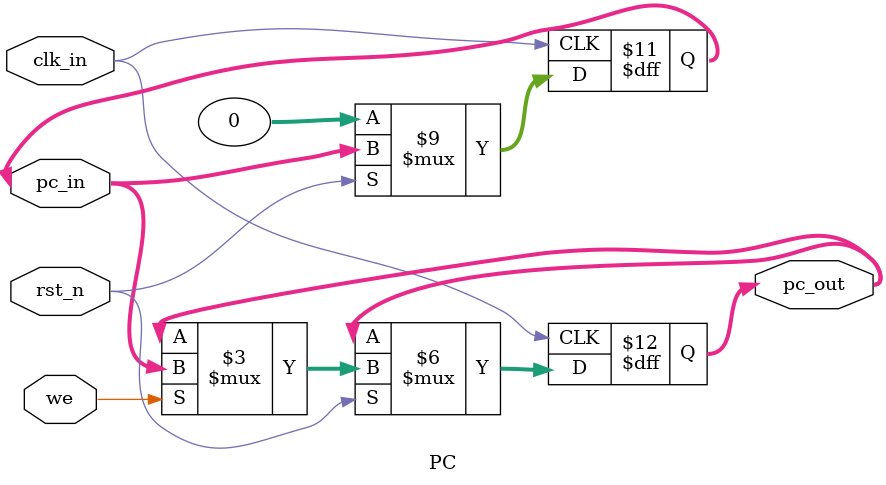
<source format=sv>

module PC (
  input  logic  [0:0] clk_in, rst_n,
  input  logic  [0:0] we, // write enable
  input  logic [31:0] pc_in,
  output logic [31:0] pc_out
  );

  always_ff @( posedge clk_in ) begin
    if      (!rst_n) pc_in <= 32'd0;
    else if (we)     pc_out <= pc_in;
  end

endmodule

</source>
